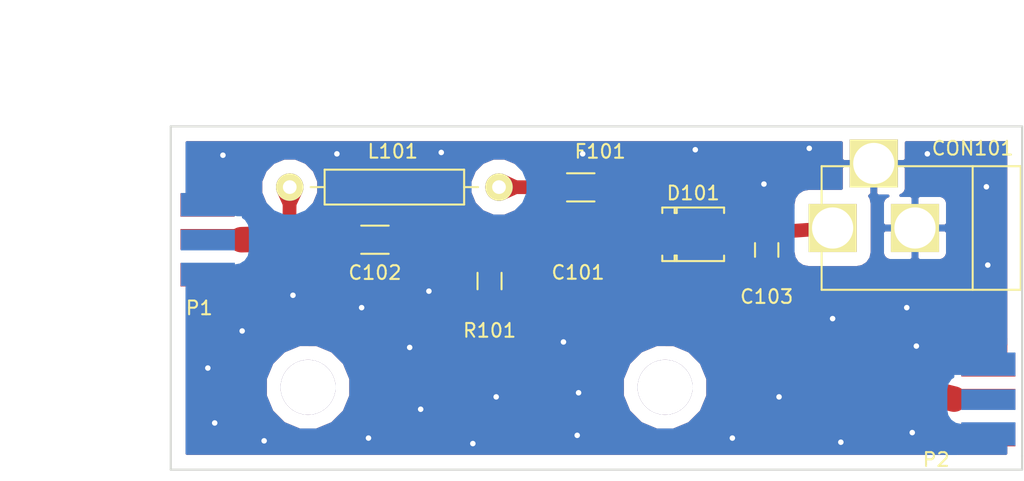
<source format=kicad_pcb>
(kicad_pcb (version 4) (host pcbnew 4.0.2-1.fc23-product)

  (general
    (links 23)
    (no_connects 2)
    (area 112.200002 93.15 187.295491 127.97448)
    (thickness 1.6)
    (drawings 7)
    (tracks 146)
    (zones 0)
    (modules 14)
    (nets 7)
  )

  (page A4)
  (layers
    (0 F.Cu signal)
    (31 B.Cu signal)
    (32 B.Adhes user)
    (33 F.Adhes user)
    (34 B.Paste user)
    (35 F.Paste user)
    (36 B.SilkS user)
    (37 F.SilkS user)
    (38 B.Mask user)
    (39 F.Mask user)
    (40 Dwgs.User user)
    (41 Cmts.User user)
    (42 Eco1.User user)
    (43 Eco2.User user)
    (44 Edge.Cuts user)
    (45 Margin user)
    (46 B.CrtYd user)
    (47 F.CrtYd user)
    (48 B.Fab user)
    (49 F.Fab user)
  )

  (setup
    (last_trace_width 0.25)
    (trace_clearance 0.2)
    (zone_clearance 1)
    (zone_45_only no)
    (trace_min 0.2)
    (segment_width 0.2)
    (edge_width 0.15)
    (via_size 0.6)
    (via_drill 0.4)
    (via_min_size 0.4)
    (via_min_drill 0.3)
    (uvia_size 0.3)
    (uvia_drill 0.1)
    (uvias_allowed no)
    (uvia_min_size 0.2)
    (uvia_min_drill 0.1)
    (pcb_text_width 0.3)
    (pcb_text_size 1.5 1.5)
    (mod_edge_width 0.15)
    (mod_text_size 1 1)
    (mod_text_width 0.15)
    (pad_size 3.50012 3.50012)
    (pad_drill 2.99974)
    (pad_to_mask_clearance 0.2)
    (aux_axis_origin 0 0)
    (visible_elements FFFFFF7F)
    (pcbplotparams
      (layerselection 0x010f0_80000001)
      (usegerberextensions false)
      (excludeedgelayer true)
      (linewidth 0.100000)
      (plotframeref false)
      (viasonmask false)
      (mode 1)
      (useauxorigin false)
      (hpglpennumber 1)
      (hpglpenspeed 20)
      (hpglpendiameter 15)
      (hpglpenoverlay 2)
      (psnegative false)
      (psa4output false)
      (plotreference true)
      (plotvalue true)
      (plotinvisibletext false)
      (padsonsilk false)
      (subtractmaskfromsilk false)
      (outputformat 1)
      (mirror false)
      (drillshape 0)
      (scaleselection 1)
      (outputdirectory gerber/))
  )

  (net 0 "")
  (net 1 GND)
  (net 2 "Net-(C101-Pad2)")
  (net 3 "Net-(C102-Pad1)")
  (net 4 "Net-(C102-Pad2)")
  (net 5 "Net-(C103-Pad2)")
  (net 6 "Net-(D101-Pad1)")

  (net_class Default "This is the default net class."
    (clearance 0.2)
    (trace_width 0.25)
    (via_dia 0.6)
    (via_drill 0.4)
    (uvia_dia 0.3)
    (uvia_drill 0.1)
    (add_net GND)
    (add_net "Net-(C101-Pad2)")
    (add_net "Net-(C102-Pad1)")
    (add_net "Net-(C102-Pad2)")
    (add_net "Net-(C103-Pad2)")
    (add_net "Net-(D101-Pad1)")
  )

  (module sma-j:SMA-J (layer B.Cu) (tedit 57587566) (tstamp 5758755A)
    (at 184.5443 124.4)
    (path /57585B69)
    (fp_text reference P2 (at -3.8 -6.9) (layer B.SilkS) hide
      (effects (font (size 1 1) (thickness 0.15)) (justify mirror))
    )
    (fp_text value SMA-J (at 0 2.5) (layer B.Fab)
      (effects (font (size 1 1) (thickness 0.15)) (justify mirror))
    )
    (pad 1 smd rect (at 0 -2.5) (size 3.94 1.5) (layers B.Cu B.Paste B.Mask)
      (net 4 "Net-(C102-Pad2)"))
    (pad 2 smd rect (at 0 0) (size 3.94 1.7) (layers B.Cu B.Paste B.Mask)
      (net 1 GND))
    (pad 2 smd rect (at 0 -5.08) (size 3.94 1.7) (layers B.Cu B.Paste B.Mask)
      (net 1 GND))
  )

  (module sma-j:SMA-J (layer B.Cu) (tedit 5758756F) (tstamp 5758750C)
    (at 127.7 112.78)
    (path /57585E87)
    (fp_text reference P1 (at -0.6 -7.5) (layer B.SilkS) hide
      (effects (font (size 1 1) (thickness 0.15)) (justify mirror))
    )
    (fp_text value SMA-J (at 0 2.5) (layer B.Fab)
      (effects (font (size 1 1) (thickness 0.15)) (justify mirror))
    )
    (pad 1 smd rect (at 0 -2.5) (size 3.94 1.5) (layers B.Cu B.Paste B.Mask)
      (net 3 "Net-(C102-Pad1)"))
    (pad 2 smd rect (at 0 0) (size 3.94 1.7) (layers B.Cu B.Paste B.Mask)
      (net 1 GND))
    (pad 2 smd rect (at 0 -5.08) (size 3.94 1.7) (layers B.Cu B.Paste B.Mask)
      (net 1 GND))
  )

  (module Mounting_Holes:MountingHole_4mm (layer F.Cu) (tedit 575873C3) (tstamp 57586FEE)
    (at 161 121)
    (descr "Mounting hole, Befestigungsbohrung, 4mm, No Annular, Kein Restring,")
    (tags "Mounting hole, Befestigungsbohrung, 4mm, No Annular, Kein Restring,")
    (fp_text reference H2 (at 0 -5.4991) (layer F.SilkS) hide
      (effects (font (size 1 1) (thickness 0.15)))
    )
    (fp_text value MountingHole_4mm (at 0 5.99948) (layer F.Fab)
      (effects (font (size 1 1) (thickness 0.15)))
    )
    (fp_circle (center 0 0) (end 4 0) (layer Cmts.User) (width 0.381))
    (pad 1 thru_hole circle (at 0 0) (size 4 4) (drill 4) (layers))
  )

  (module Capacitors_SMD:C_1206_HandSoldering (layer F.Cu) (tedit 541A9C03) (tstamp 57586C0A)
    (at 154.8587 106.4407 180)
    (descr "Capacitor SMD 1206, hand soldering")
    (tags "capacitor 1206")
    (path /5757E90D)
    (attr smd)
    (fp_text reference C101 (at 0.2 -6.2 180) (layer F.SilkS)
      (effects (font (size 1 1) (thickness 0.15)))
    )
    (fp_text value 1u (at 0 2.3 180) (layer F.Fab)
      (effects (font (size 1 1) (thickness 0.15)))
    )
    (fp_line (start -3.3 -1.15) (end 3.3 -1.15) (layer F.CrtYd) (width 0.05))
    (fp_line (start -3.3 1.15) (end 3.3 1.15) (layer F.CrtYd) (width 0.05))
    (fp_line (start -3.3 -1.15) (end -3.3 1.15) (layer F.CrtYd) (width 0.05))
    (fp_line (start 3.3 -1.15) (end 3.3 1.15) (layer F.CrtYd) (width 0.05))
    (fp_line (start 1 -1.025) (end -1 -1.025) (layer F.SilkS) (width 0.15))
    (fp_line (start -1 1.025) (end 1 1.025) (layer F.SilkS) (width 0.15))
    (pad 1 smd rect (at -2 0 180) (size 2 1.6) (layers F.Cu F.Paste F.Mask)
      (net 1 GND))
    (pad 2 smd rect (at 2 0 180) (size 2 1.6) (layers F.Cu F.Paste F.Mask)
      (net 2 "Net-(C101-Pad2)"))
    (model Capacitors_SMD.3dshapes/C_1206_HandSoldering.wrl
      (at (xyz 0 0 0))
      (scale (xyz 1 1 1))
      (rotate (xyz 0 0 0))
    )
  )

  (module Capacitors_SMD:C_1206_HandSoldering (layer F.Cu) (tedit 541A9C03) (tstamp 57586C10)
    (at 139.8706 110.2543)
    (descr "Capacitor SMD 1206, hand soldering")
    (tags "capacitor 1206")
    (path /5757E4DC)
    (attr smd)
    (fp_text reference C102 (at 0 2.4) (layer F.SilkS)
      (effects (font (size 1 1) (thickness 0.15)))
    )
    (fp_text value 1u (at 0 2.3) (layer F.Fab)
      (effects (font (size 1 1) (thickness 0.15)))
    )
    (fp_line (start -3.3 -1.15) (end 3.3 -1.15) (layer F.CrtYd) (width 0.05))
    (fp_line (start -3.3 1.15) (end 3.3 1.15) (layer F.CrtYd) (width 0.05))
    (fp_line (start -3.3 -1.15) (end -3.3 1.15) (layer F.CrtYd) (width 0.05))
    (fp_line (start 3.3 -1.15) (end 3.3 1.15) (layer F.CrtYd) (width 0.05))
    (fp_line (start 1 -1.025) (end -1 -1.025) (layer F.SilkS) (width 0.15))
    (fp_line (start -1 1.025) (end 1 1.025) (layer F.SilkS) (width 0.15))
    (pad 1 smd rect (at -2 0) (size 2 1.6) (layers F.Cu F.Paste F.Mask)
      (net 3 "Net-(C102-Pad1)"))
    (pad 2 smd rect (at 2 0) (size 2 1.6) (layers F.Cu F.Paste F.Mask)
      (net 4 "Net-(C102-Pad2)"))
    (model Capacitors_SMD.3dshapes/C_1206_HandSoldering.wrl
      (at (xyz 0 0 0))
      (scale (xyz 1 1 1))
      (rotate (xyz 0 0 0))
    )
  )

  (module Capacitors_SMD:C_0805_HandSoldering (layer F.Cu) (tedit 541A9B8D) (tstamp 57586C16)
    (at 168.4 111 90)
    (descr "Capacitor SMD 0805, hand soldering")
    (tags "capacitor 0805")
    (path /5757F039)
    (attr smd)
    (fp_text reference C103 (at -3.4 0 180) (layer F.SilkS)
      (effects (font (size 1 1) (thickness 0.15)))
    )
    (fp_text value 100n (at 0 2.1 90) (layer F.Fab)
      (effects (font (size 1 1) (thickness 0.15)))
    )
    (fp_line (start -2.3 -1) (end 2.3 -1) (layer F.CrtYd) (width 0.05))
    (fp_line (start -2.3 1) (end 2.3 1) (layer F.CrtYd) (width 0.05))
    (fp_line (start -2.3 -1) (end -2.3 1) (layer F.CrtYd) (width 0.05))
    (fp_line (start 2.3 -1) (end 2.3 1) (layer F.CrtYd) (width 0.05))
    (fp_line (start 0.5 -0.85) (end -0.5 -0.85) (layer F.SilkS) (width 0.15))
    (fp_line (start -0.5 0.85) (end 0.5 0.85) (layer F.SilkS) (width 0.15))
    (pad 1 smd rect (at -1.25 0 90) (size 1.5 1.25) (layers F.Cu F.Paste F.Mask)
      (net 1 GND))
    (pad 2 smd rect (at 1.25 0 90) (size 1.5 1.25) (layers F.Cu F.Paste F.Mask)
      (net 5 "Net-(C103-Pad2)"))
    (model Capacitors_SMD.3dshapes/C_0805_HandSoldering.wrl
      (at (xyz 0 0 0))
      (scale (xyz 1 1 1))
      (rotate (xyz 0 0 0))
    )
  )

  (module Connect:BARREL_JACK (layer F.Cu) (tedit 575879FB) (tstamp 57586C1D)
    (at 179.401 109.4 180)
    (descr "DC Barrel Jack")
    (tags "Power Jack")
    (path /5757F950)
    (fp_text reference CON101 (at -3.99934 5.8 360) (layer F.SilkS)
      (effects (font (size 1 1) (thickness 0.15)))
    )
    (fp_text value BARREL_JACK (at 0 -5.99948 180) (layer F.Fab)
      (effects (font (size 1 1) (thickness 0.15)))
    )
    (fp_line (start -4.0005 -4.50088) (end -4.0005 4.50088) (layer F.SilkS) (width 0.15))
    (fp_line (start -7.50062 -4.50088) (end -7.50062 4.50088) (layer F.SilkS) (width 0.15))
    (fp_line (start -7.50062 4.50088) (end 7.00024 4.50088) (layer F.SilkS) (width 0.15))
    (fp_line (start 7.00024 4.50088) (end 7.00024 -4.50088) (layer F.SilkS) (width 0.15))
    (fp_line (start 7.00024 -4.50088) (end -7.50062 -4.50088) (layer F.SilkS) (width 0.15))
    (pad 1 thru_hole rect (at 6.20014 0 180) (size 3.50012 3.50012) (drill 2.99974) (layers *.Cu *.Mask F.SilkS)
      (net 5 "Net-(C103-Pad2)"))
    (pad 2 thru_hole rect (at 0.20066 0 180) (size 3.50012 3.50012) (drill 2.99974) (layers *.Cu *.Mask F.SilkS)
      (net 1 GND))
    (pad 3 thru_hole rect (at 3.2004 4.699 180) (size 3.50012 3.50012) (drill 2.99974) (layers *.Cu *.Mask F.SilkS)
      (net 1 GND))
  )

  (module Diodes_SMD:DO-214BA (layer F.Cu) (tedit 54DF7BCF) (tstamp 57586C23)
    (at 163.0463 109.8588)
    (descr "Microsemi LSM115J")
    (tags "DO-214BA diode")
    (path /5757EEDB)
    (attr smd)
    (fp_text reference D101 (at 0 -3) (layer F.SilkS)
      (effects (font (size 1 1) (thickness 0.15)))
    )
    (fp_text value FM5817 (at 0 3) (layer F.Fab)
      (effects (font (size 1 1) (thickness 0.15)))
    )
    (fp_line (start -3 -2.25) (end 3 -2.25) (layer F.CrtYd) (width 0.05))
    (fp_line (start 3 -2.25) (end 3 2.25) (layer F.CrtYd) (width 0.05))
    (fp_line (start 3 2.25) (end -3 2.25) (layer F.CrtYd) (width 0.05))
    (fp_line (start -3 2.25) (end -3 -2.25) (layer F.CrtYd) (width 0.05))
    (fp_line (start -2.25 -1.95) (end -2.25 -1.55) (layer F.SilkS) (width 0.15))
    (fp_line (start -2.25 1.95) (end -2.25 1.55) (layer F.SilkS) (width 0.15))
    (fp_line (start 2.25 1.95) (end 2.25 1.55) (layer F.SilkS) (width 0.15))
    (fp_line (start 2.25 -1.95) (end 2.25 -1.55) (layer F.SilkS) (width 0.15))
    (fp_line (start -1.35 1.95) (end -1.35 1.55) (layer F.SilkS) (width 0.15))
    (fp_line (start -1.35 1.55) (end -1.2 1.55) (layer F.SilkS) (width 0.15))
    (fp_line (start -1.2 1.55) (end -1.2 1.95) (layer F.SilkS) (width 0.15))
    (fp_line (start -1.35 -1.95) (end -1.35 -1.55) (layer F.SilkS) (width 0.15))
    (fp_line (start -1.35 -1.55) (end -1.2 -1.55) (layer F.SilkS) (width 0.15))
    (fp_line (start -1.2 -1.55) (end -1.2 -1.95) (layer F.SilkS) (width 0.15))
    (fp_line (start -2.25 -1.95) (end 2.25 -1.95) (layer F.SilkS) (width 0.15))
    (fp_line (start 2.25 1.95) (end -2.25 1.95) (layer F.SilkS) (width 0.15))
    (pad 2 smd rect (at 1.7 0) (size 2 2.5) (layers F.Cu F.Paste F.Mask)
      (net 5 "Net-(C103-Pad2)"))
    (pad 1 smd rect (at -1.7 0) (size 2 2.5) (layers F.Cu F.Paste F.Mask)
      (net 6 "Net-(D101-Pad1)"))
  )

  (module Fuse_Holders_and_Fuses:Fuse_SMD1206_Wave (layer F.Cu) (tedit 0) (tstamp 57586C29)
    (at 155.6697 109.8262)
    (descr "Fuse, Sicherung, SMD1206, Littlefuse-Wickmann 433 Series, Wave,")
    (tags "Fuse, Sicherung, SMD1206,  Littlefuse-Wickmann 433 Series, Wave,")
    (path /5757ECE2)
    (attr smd)
    (fp_text reference F101 (at 0.6 -6) (layer F.SilkS)
      (effects (font (size 1 1) (thickness 0.15)))
    )
    (fp_text value PTS120660V010 (at -0.14986 2.49936) (layer F.Fab)
      (effects (font (size 1 1) (thickness 0.15)))
    )
    (pad 1 smd rect (at -1.58496 0 90) (size 2.02946 1.651) (layers F.Cu F.Paste F.Mask)
      (net 2 "Net-(C101-Pad2)"))
    (pad 2 smd rect (at 1.58496 0 90) (size 2.02946 1.651) (layers F.Cu F.Paste F.Mask)
      (net 6 "Net-(D101-Pad1)"))
  )

  (module Choke_Axial_ThroughHole:Choke_Horizontal_RM15mm (layer F.Cu) (tedit 542A89D5) (tstamp 57586C2F)
    (at 141.1659 106.4216)
    (descr "Choke, Axial, 15mm")
    (tags "Choke, Axial, 15mm")
    (path /5757E7AA)
    (fp_text reference L101 (at 0 -2.6) (layer F.SilkS)
      (effects (font (size 1 1) (thickness 0.15)))
    )
    (fp_text value 470u (at 0 3.81) (layer F.Fab)
      (effects (font (size 1 1) (thickness 0.15)))
    )
    (fp_line (start 5.19938 0) (end 6.21538 0) (layer F.SilkS) (width 0.15))
    (fp_line (start -4.96062 0) (end -5.97662 0) (layer F.SilkS) (width 0.15))
    (fp_line (start -4.96062 -1.27) (end 5.19938 -1.27) (layer F.SilkS) (width 0.15))
    (fp_line (start 5.19938 -1.27) (end 5.19938 1.27) (layer F.SilkS) (width 0.15))
    (fp_line (start 5.19938 1.27) (end -4.96062 1.27) (layer F.SilkS) (width 0.15))
    (fp_line (start -4.96062 1.27) (end -4.96062 -1.27) (layer F.SilkS) (width 0.15))
    (pad 1 thru_hole circle (at -7.50062 0) (size 1.99898 1.99898) (drill 1.00076) (layers *.Cu *.Mask F.SilkS)
      (net 3 "Net-(C102-Pad1)"))
    (pad 2 thru_hole circle (at 7.73938 0) (size 1.99898 1.99898) (drill 1.00076) (layers *.Cu *.Mask F.SilkS)
      (net 2 "Net-(C101-Pad2)"))
  )

  (module sma-j:SMA-J (layer F.Cu) (tedit 574C9A0F) (tstamp 57586C36)
    (at 127.6749 107.7268)
    (path /57585E87)
    (fp_text reference P1 (at -0.6 7.5) (layer F.SilkS)
      (effects (font (size 1 1) (thickness 0.15)))
    )
    (fp_text value SMA-J (at 0 -2.5) (layer F.Fab)
      (effects (font (size 1 1) (thickness 0.15)))
    )
    (pad 1 smd rect (at 0 2.5) (size 3.94 1.5) (layers F.Cu F.Paste F.Mask)
      (net 3 "Net-(C102-Pad1)"))
    (pad 2 smd rect (at 0 0) (size 3.94 1.7) (layers F.Cu F.Paste F.Mask)
      (net 1 GND))
    (pad 2 smd rect (at 0 5.08) (size 3.94 1.7) (layers F.Cu F.Paste F.Mask)
      (net 1 GND))
  )

  (module sma-j:SMA-J (layer F.Cu) (tedit 574C9A0F) (tstamp 57586C3D)
    (at 184.5443 119.3685)
    (path /57585B69)
    (fp_text reference P2 (at -3.8 6.9) (layer F.SilkS)
      (effects (font (size 1 1) (thickness 0.15)))
    )
    (fp_text value SMA-J (at 0 -2.5) (layer F.Fab)
      (effects (font (size 1 1) (thickness 0.15)))
    )
    (pad 1 smd rect (at 0 2.5) (size 3.94 1.5) (layers F.Cu F.Paste F.Mask)
      (net 4 "Net-(C102-Pad2)"))
    (pad 2 smd rect (at 0 0) (size 3.94 1.7) (layers F.Cu F.Paste F.Mask)
      (net 1 GND))
    (pad 2 smd rect (at 0 5.08) (size 3.94 1.7) (layers F.Cu F.Paste F.Mask)
      (net 1 GND))
  )

  (module Resistors_SMD:R_0805_HandSoldering (layer F.Cu) (tedit 54189DEE) (tstamp 57586C43)
    (at 148.2164 113.2641 270)
    (descr "Resistor SMD 0805, hand soldering")
    (tags "resistor 0805")
    (path /5757E2F5)
    (attr smd)
    (fp_text reference R101 (at 3.6 0 360) (layer F.SilkS)
      (effects (font (size 1 1) (thickness 0.15)))
    )
    (fp_text value 1k (at 0 2.1 270) (layer F.Fab)
      (effects (font (size 1 1) (thickness 0.15)))
    )
    (fp_line (start -2.4 -1) (end 2.4 -1) (layer F.CrtYd) (width 0.05))
    (fp_line (start -2.4 1) (end 2.4 1) (layer F.CrtYd) (width 0.05))
    (fp_line (start -2.4 -1) (end -2.4 1) (layer F.CrtYd) (width 0.05))
    (fp_line (start 2.4 -1) (end 2.4 1) (layer F.CrtYd) (width 0.05))
    (fp_line (start 0.6 0.875) (end -0.6 0.875) (layer F.SilkS) (width 0.15))
    (fp_line (start -0.6 -0.875) (end 0.6 -0.875) (layer F.SilkS) (width 0.15))
    (pad 1 smd rect (at -1.35 0 270) (size 1.5 1.3) (layers F.Cu F.Paste F.Mask)
      (net 4 "Net-(C102-Pad2)"))
    (pad 2 smd rect (at 1.35 0 270) (size 1.5 1.3) (layers F.Cu F.Paste F.Mask)
      (net 1 GND))
    (model Resistors_SMD.3dshapes/R_0805_HandSoldering.wrl
      (at (xyz 0 0 0))
      (scale (xyz 1 1 1))
      (rotate (xyz 0 0 0))
    )
  )

  (module Mounting_Holes:MountingHole_4mm (layer F.Cu) (tedit 575873C0) (tstamp 57586FC4)
    (at 135 121)
    (descr "Mounting hole, Befestigungsbohrung, 4mm, No Annular, Kein Restring,")
    (tags "Mounting hole, Befestigungsbohrung, 4mm, No Annular, Kein Restring,")
    (fp_text reference H1 (at 0 -5.4991) (layer F.SilkS) hide
      (effects (font (size 1 1) (thickness 0.15)))
    )
    (fp_text value MountingHole_4mm (at 0 5.99948) (layer F.Fab)
      (effects (font (size 1 1) (thickness 0.15)))
    )
    (fp_circle (center 0 0) (end 4 0) (layer Cmts.User) (width 0.381))
    (pad 1 thru_hole circle (at 0 0) (size 4 4) (drill 4) (layers))
  )

  (dimension 62 (width 0.3) (layer Dwgs.User)
    (gr_text "62,000 mm" (at 156 94.65) (layer Dwgs.User)
      (effects (font (size 1.5 1.5) (thickness 0.3)))
    )
    (feature1 (pts (xy 187 102) (xy 187 93.3)))
    (feature2 (pts (xy 125 102) (xy 125 93.3)))
    (crossbar (pts (xy 125 96) (xy 187 96)))
    (arrow1a (pts (xy 187 96) (xy 185.873496 96.586421)))
    (arrow1b (pts (xy 187 96) (xy 185.873496 95.413579)))
    (arrow2a (pts (xy 125 96) (xy 126.126504 96.586421)))
    (arrow2b (pts (xy 125 96) (xy 126.126504 95.413579)))
  )
  (dimension 25 (width 0.3) (layer Dwgs.User)
    (gr_text "25,000 mm" (at 118.850001 114.5 270) (layer Dwgs.User)
      (effects (font (size 1.5 1.5) (thickness 0.3)))
    )
    (feature1 (pts (xy 125 127) (xy 117.500001 127)))
    (feature2 (pts (xy 125 102) (xy 117.500001 102)))
    (crossbar (pts (xy 120.200001 102) (xy 120.200001 127)))
    (arrow1a (pts (xy 120.200001 127) (xy 119.61358 125.873496)))
    (arrow1b (pts (xy 120.200001 127) (xy 120.786422 125.873496)))
    (arrow2a (pts (xy 120.200001 102) (xy 119.61358 103.126504)))
    (arrow2b (pts (xy 120.200001 102) (xy 120.786422 103.126504)))
  )
  (gr_line (start 187 127) (end 125 127) (layer Edge.Cuts) (width 0.15))
  (gr_line (start 187 126) (end 187 127) (layer Edge.Cuts) (width 0.15))
  (gr_line (start 187 102) (end 187 126) (layer Edge.Cuts) (width 0.15))
  (gr_line (start 125 102) (end 187 102) (layer Edge.Cuts) (width 0.15))
  (gr_line (start 125 127) (end 125 102) (layer Edge.Cuts) (width 0.15))

  (segment (start 154.7 121.4) (end 154.7 124.4) (width 0.25) (layer F.Cu) (net 0))
  (segment (start 154.7 124.4) (end 154.6 124.5) (width 0.25) (layer F.Cu) (net 0))
  (segment (start 147 125.1) (end 147 117.2) (width 0.25) (layer F.Cu) (net 0))
  (segment (start 147 117.2) (end 143.8 114) (width 0.25) (layer F.Cu) (net 0))
  (via (at 143.8 114) (size 0.6) (drill 0.4) (layers F.Cu B.Cu) (net 0))
  (segment (start 154.7 121.4) (end 151 125.1) (width 0.25) (layer B.Cu) (net 0))
  (segment (start 151 125.1) (end 147 125.1) (width 0.25) (layer B.Cu) (net 0))
  (via (at 147 125.1) (size 0.6) (drill 0.4) (layers F.Cu B.Cu) (net 0))
  (segment (start 153.6 117.7) (end 153.6 120.3) (width 0.25) (layer F.Cu) (net 0))
  (segment (start 153.6 120.3) (end 154.7 121.4) (width 0.25) (layer F.Cu) (net 0))
  (via (at 154.7 121.4) (size 0.6) (drill 0.4) (layers F.Cu B.Cu) (net 0))
  (segment (start 148.7 121) (end 152 117.7) (width 0.25) (layer B.Cu) (net 0))
  (segment (start 152 117.7) (end 153.6 117.7) (width 0.25) (layer B.Cu) (net 0))
  (via (at 153.6 117.7) (size 0.6) (drill 0.4) (layers F.Cu B.Cu) (net 0))
  (segment (start 148.7 121.7) (end 148.7 121) (width 0.25) (layer B.Cu) (net 0))
  (via (at 148.7 121.7) (size 0.6) (drill 0.4) (layers F.Cu B.Cu) (net 0))
  (via (at 154.6 124.5) (size 0.6) (drill 0.4) (layers F.Cu B.Cu) (net 0))
  (segment (start 174.19954 104.7) (end 172.6 104.7) (width 0.25) (layer F.Cu) (net 1))
  (segment (start 172.6 104.7) (end 171.5 103.6) (width 0.25) (layer F.Cu) (net 1))
  (segment (start 176.2006 104.701) (end 174.20054 104.701) (width 0.25) (layer F.Cu) (net 1))
  (segment (start 174.20054 104.701) (end 174.19954 104.7) (width 0.25) (layer F.Cu) (net 1))
  (segment (start 165.9 124.7) (end 166.199999 124.400001) (width 0.25) (layer F.Cu) (net 1))
  (segment (start 166.199999 124.400001) (end 167.699999 124.400001) (width 0.25) (layer F.Cu) (net 1))
  (segment (start 167.699999 124.400001) (end 169.3 122.8) (width 0.25) (layer F.Cu) (net 1))
  (segment (start 169.3 121.7) (end 169.3 122.8) (width 0.25) (layer F.Cu) (net 1))
  (segment (start 173.8 125) (end 173.8 124.575736) (width 0.25) (layer F.Cu) (net 1))
  (segment (start 169.724264 121.7) (end 169.3 121.7) (width 0.25) (layer F.Cu) (net 1))
  (segment (start 173.8 124.575736) (end 170.924264 121.7) (width 0.25) (layer F.Cu) (net 1))
  (segment (start 170.924264 121.7) (end 169.724264 121.7) (width 0.25) (layer F.Cu) (net 1))
  (segment (start 131.8 124.9) (end 130.5 123.6) (width 0.25) (layer F.Cu) (net 1))
  (segment (start 130.5 123.6) (end 130.2 123.6) (width 0.25) (layer F.Cu) (net 1))
  (segment (start 137.4 125.7) (end 132.6 125.7) (width 0.25) (layer F.Cu) (net 1))
  (segment (start 132.6 125.7) (end 131.8 124.9) (width 0.25) (layer F.Cu) (net 1))
  (segment (start 138.4 124.7) (end 137.4 125.7) (width 0.25) (layer F.Cu) (net 1))
  (segment (start 139.4 124.7) (end 138.4 124.7) (width 0.25) (layer F.Cu) (net 1))
  (segment (start 143.2 122.6) (end 141.5 122.6) (width 0.25) (layer F.Cu) (net 1))
  (segment (start 141.5 122.6) (end 139.4 124.7) (width 0.25) (layer F.Cu) (net 1))
  (segment (start 173.2 116) (end 175.2 118) (width 0.25) (layer B.Cu) (net 1))
  (segment (start 175.2 118) (end 179.3 118) (width 0.25) (layer B.Cu) (net 1))
  (via (at 179.3 118) (size 0.6) (drill 0.4) (layers F.Cu B.Cu) (net 1))
  (segment (start 178.6 115.2) (end 174 115.2) (width 0.25) (layer F.Cu) (net 1))
  (segment (start 174 115.2) (end 173.2 116) (width 0.25) (layer F.Cu) (net 1))
  (via (at 173.2 116) (size 0.6) (drill 0.4) (layers F.Cu B.Cu) (net 1))
  (segment (start 184.5 112.1) (end 181.4 115.2) (width 0.25) (layer B.Cu) (net 1))
  (segment (start 181.4 115.2) (end 178.6 115.2) (width 0.25) (layer B.Cu) (net 1))
  (via (at 178.6 115.2) (size 0.6) (drill 0.4) (layers F.Cu B.Cu) (net 1))
  (segment (start 184.4 106.4) (end 184.4 112) (width 0.25) (layer F.Cu) (net 1))
  (via (at 184.5 112.1) (size 0.6) (drill 0.4) (layers F.Cu B.Cu) (net 1))
  (segment (start 184.4 112) (end 184.5 112.1) (width 0.25) (layer F.Cu) (net 1))
  (segment (start 180.1 104) (end 182.5 106.4) (width 0.25) (layer B.Cu) (net 1))
  (segment (start 182.5 106.4) (end 184.4 106.4) (width 0.25) (layer B.Cu) (net 1))
  (via (at 184.4 106.4) (size 0.6) (drill 0.4) (layers F.Cu B.Cu) (net 1))
  (segment (start 176.2006 104.701) (end 179.399 104.701) (width 0.25) (layer F.Cu) (net 1))
  (via (at 180.1 104) (size 0.6) (drill 0.4) (layers F.Cu B.Cu) (net 1))
  (segment (start 179.399 104.701) (end 180.1 104) (width 0.25) (layer F.Cu) (net 1))
  (segment (start 175.0996 103.6) (end 176.2006 104.701) (width 0.25) (layer F.Cu) (net 1))
  (segment (start 168.2 106.2) (end 170.8 103.6) (width 0.25) (layer B.Cu) (net 1))
  (segment (start 170.8 103.6) (end 171.5 103.6) (width 0.25) (layer B.Cu) (net 1))
  (via (at 171.5 103.6) (size 0.6) (drill 0.4) (layers F.Cu B.Cu) (net 1))
  (segment (start 163.2 103.7) (end 165.7 103.7) (width 0.25) (layer F.Cu) (net 1))
  (segment (start 165.7 103.7) (end 168.2 106.2) (width 0.25) (layer F.Cu) (net 1))
  (via (at 168.2 106.2) (size 0.6) (drill 0.4) (layers F.Cu B.Cu) (net 1))
  (segment (start 155 104) (end 155.3 103.7) (width 0.25) (layer B.Cu) (net 1))
  (segment (start 155.3 103.7) (end 163.2 103.7) (width 0.25) (layer B.Cu) (net 1))
  (via (at 163.2 103.7) (size 0.6) (drill 0.4) (layers F.Cu B.Cu) (net 1))
  (segment (start 154 103.9) (end 154.9 103.9) (width 0.25) (layer F.Cu) (net 1))
  (segment (start 154.9 103.9) (end 155 104) (width 0.25) (layer F.Cu) (net 1))
  (via (at 155 104) (size 0.6) (drill 0.4) (layers F.Cu B.Cu) (net 1))
  (segment (start 144.7 103.9) (end 154 103.9) (width 0.25) (layer F.Cu) (net 1))
  (segment (start 137.1 104) (end 144.6 104) (width 0.25) (layer B.Cu) (net 1))
  (via (at 144.7 103.9) (size 0.6) (drill 0.4) (layers F.Cu B.Cu) (net 1))
  (segment (start 144.6 104) (end 144.7 103.9) (width 0.25) (layer B.Cu) (net 1))
  (segment (start 128.8 104.1) (end 137 104.1) (width 0.25) (layer F.Cu) (net 1))
  (segment (start 137 104.1) (end 137.1 104) (width 0.25) (layer F.Cu) (net 1))
  (via (at 137.1 104) (size 0.6) (drill 0.4) (layers F.Cu B.Cu) (net 1))
  (segment (start 127.7 107.7) (end 127.7 106.6) (width 0.25) (layer B.Cu) (net 1))
  (segment (start 127.7 106.6) (end 128.8 105.5) (width 0.25) (layer B.Cu) (net 1))
  (segment (start 128.8 105.5) (end 128.8 104.1) (width 0.25) (layer B.Cu) (net 1))
  (via (at 128.8 104.1) (size 0.6) (drill 0.4) (layers F.Cu B.Cu) (net 1))
  (via (at 165.9 124.7) (size 0.6) (drill 0.4) (layers F.Cu B.Cu) (net 1))
  (via (at 169.3 121.7) (size 0.6) (drill 0.4) (layers F.Cu B.Cu) (net 1))
  (segment (start 179 124.3) (end 178.3 125) (width 0.25) (layer F.Cu) (net 1))
  (segment (start 178.3 125) (end 173.8 125) (width 0.25) (layer F.Cu) (net 1))
  (via (at 173.8 125) (size 0.6) (drill 0.4) (layers F.Cu B.Cu) (net 1))
  (segment (start 184.5443 124.4) (end 179.1 124.4) (width 0.25) (layer B.Cu) (net 1))
  (segment (start 179.1 124.4) (end 179 124.3) (width 0.25) (layer B.Cu) (net 1))
  (via (at 179 124.3) (size 0.6) (drill 0.4) (layers F.Cu B.Cu) (net 1))
  (segment (start 130.2 116.9) (end 131.3 116.9) (width 0.25) (layer B.Cu) (net 1))
  (segment (start 131.3 116.9) (end 133.9 114.3) (width 0.25) (layer B.Cu) (net 1))
  (segment (start 127.7 119.6) (end 130.2 117.1) (width 0.25) (layer F.Cu) (net 1))
  (segment (start 130.2 117.1) (end 130.2 116.9) (width 0.25) (layer F.Cu) (net 1))
  (via (at 130.2 116.9) (size 0.6) (drill 0.4) (layers F.Cu B.Cu) (net 1))
  (segment (start 128.2 123.6) (end 128.2 120.1) (width 0.25) (layer B.Cu) (net 1))
  (segment (start 128.2 120.1) (end 127.7 119.6) (width 0.25) (layer B.Cu) (net 1))
  (via (at 127.7 119.6) (size 0.6) (drill 0.4) (layers F.Cu B.Cu) (net 1))
  (segment (start 130.2 123.6) (end 128.2 123.6) (width 0.25) (layer F.Cu) (net 1))
  (via (at 128.2 123.6) (size 0.6) (drill 0.4) (layers F.Cu B.Cu) (net 1))
  (via (at 131.8 124.9) (size 0.6) (drill 0.4) (layers F.Cu B.Cu) (net 1))
  (via (at 139.4 124.7) (size 0.6) (drill 0.4) (layers F.Cu B.Cu) (net 1))
  (segment (start 142.4 118.1) (end 143.2 118.9) (width 0.25) (layer B.Cu) (net 1))
  (segment (start 143.2 118.9) (end 143.2 122.6) (width 0.25) (layer B.Cu) (net 1))
  (via (at 143.2 122.6) (size 0.6) (drill 0.4) (layers F.Cu B.Cu) (net 1))
  (segment (start 138.9 115.2) (end 139.5 115.2) (width 0.25) (layer F.Cu) (net 1))
  (segment (start 139.5 115.2) (end 142.4 118.1) (width 0.25) (layer F.Cu) (net 1))
  (via (at 142.4 118.1) (size 0.6) (drill 0.4) (layers F.Cu B.Cu) (net 1))
  (segment (start 133.9 114.3) (end 134.8 115.2) (width 0.25) (layer B.Cu) (net 1))
  (segment (start 134.8 115.2) (end 138.9 115.2) (width 0.25) (layer B.Cu) (net 1))
  (via (at 138.9 115.2) (size 0.6) (drill 0.4) (layers F.Cu B.Cu) (net 1))
  (segment (start 127.6749 112.8068) (end 132.4068 112.8068) (width 0.25) (layer F.Cu) (net 1))
  (segment (start 132.4068 112.8068) (end 133.9 114.3) (width 0.25) (layer F.Cu) (net 1))
  (via (at 133.9 114.3) (size 0.6) (drill 0.4) (layers F.Cu B.Cu) (net 1))
  (segment (start 152.8587 106.4407) (end 154.0847 109.8262) (width 1) (layer F.Cu) (net 2))
  (segment (start 148.9053 106.4216) (end 152.8587 106.4407) (width 1) (layer F.Cu) (net 2))
  (segment (start 150.1041 106.4274) (end 149.1112 106.8767) (width 1) (layer F.Cu) (net 2))
  (segment (start 150.1041 106.4274) (end 149.1156 105.9685) (width 1) (layer F.Cu) (net 2))
  (segment (start 133.6306 110.1591) (end 136.5486 110.2311) (width 1.86) (layer F.Cu) (net 3))
  (segment (start 133.6653 106.4216) (end 133.6306 110.1591) (width 1) (layer F.Cu) (net 3))
  (segment (start 130.1591 110.2514) (end 133.6306 110.1591) (width 1.86) (layer F.Cu) (net 3))
  (segment (start 136.5486 110.2311) (end 137.8706 110.2543) (width 1) (layer F.Cu) (net 3))
  (segment (start 127.6749 110.2268) (end 130.1591 110.2514) (width 1) (layer F.Cu) (net 3))
  (segment (start 133.6402 109.1271) (end 134.0232 109.9835) (width 1) (layer F.Cu) (net 3))
  (segment (start 133.6402 109.1271) (end 133.2414 109.9763) (width 1) (layer F.Cu) (net 3))
  (segment (start 133.6542 107.6203) (end 133.2094 106.6255) (width 1) (layer F.Cu) (net 3))
  (segment (start 133.6542 107.6203) (end 134.1174 106.6339) (width 1) (layer F.Cu) (net 3))
  (segment (start 137.5804 110.2492) (end 136.7208 110.625) (width 1) (layer F.Cu) (net 3))
  (segment (start 137.5804 110.2492) (end 136.7346 109.8434) (width 1) (layer F.Cu) (net 3))
  (segment (start 129.1272 110.2412) (end 129.9839 109.8587) (width 1) (layer F.Cu) (net 3))
  (segment (start 129.1272 110.2412) (end 129.9761 110.6405) (width 1) (layer F.Cu) (net 3))
  (segment (start 154.7589 113.0006) (end 149.2482 111.9521) (width 1.86) (layer F.Cu) (net 4))
  (segment (start 159.6686 114.2664) (end 154.7589 113.0006) (width 1.86) (layer F.Cu) (net 4))
  (segment (start 164.361 115.9029) (end 159.6686 114.2664) (width 1.86) (layer F.Cu) (net 4))
  (segment (start 167.7748 117.4884) (end 164.361 115.9029) (width 1.86) (layer F.Cu) (net 4))
  (segment (start 170.5621 118.6902) (end 167.7748 117.4884) (width 1.86) (layer F.Cu) (net 4))
  (segment (start 174.1502 119.8549) (end 170.5621 118.6902) (width 1.86) (layer F.Cu) (net 4))
  (segment (start 178.208 120.9022) (end 174.1502 119.8549) (width 1.86) (layer F.Cu) (net 4))
  (segment (start 182.0437 121.8611) (end 178.208 120.9022) (width 1.86) (layer F.Cu) (net 4))
  (segment (start 149.2482 111.9521) (end 148.2164 111.9141) (width 1.3) (layer F.Cu) (net 4))
  (segment (start 184.5443 121.8685) (end 182.0437 121.8611) (width 1.3) (layer F.Cu) (net 4))
  (segment (start 143.0408 110.3668) (end 147.5699 111.6349) (width 1.86) (layer F.Cu) (net 4))
  (segment (start 147.5699 111.6349) (end 148.2164 111.9141) (width 1.3) (layer F.Cu) (net 4))
  (segment (start 141.8706 110.2543) (end 143.0408 110.3668) (width 1) (layer F.Cu) (net 4))
  (segment (start 142.0135 110.268) (end 142.8998 109.9605) (width 1) (layer F.Cu) (net 4))
  (segment (start 142.0135 110.268) (end 142.825 110.7387) (width 1) (layer F.Cu) (net 4))
  (segment (start 168.4 109.75) (end 173.2009 109.4) (width 1) (layer F.Cu) (net 5))
  (segment (start 164.7463 109.8588) (end 168.4 109.75) (width 1) (layer F.Cu) (net 5))
  (segment (start 157.2547 109.8262) (end 161.3463 109.8588) (width 1) (layer F.Cu) (net 6))

  (zone (net 1) (net_name GND) (layer F.Cu) (tstamp 0) (hatch edge 0.508)
    (connect_pads (clearance 1))
    (min_thickness 0.222)
    (fill yes (arc_segments 16) (thermal_gap 0.508) (thermal_bridge_width 0.5))
    (polygon
      (pts
        (xy 187 127) (xy 125 127) (xy 125 102) (xy 187 102) (xy 187 127)
      )
    )
    (filled_polygon
      (pts
        (xy 140.058625 111.844144) (xy 140.429891 112.097819) (xy 140.8706 112.187065) (xy 142.177132 112.187065) (xy 142.260398 112.215517)
        (xy 142.490505 112.332215) (xy 146.933267 113.576141) (xy 146.997497 113.620028) (xy 146.9474 113.740973) (xy 146.9474 114.32035)
        (xy 147.10215 114.4751) (xy 148.0774 114.4751) (xy 148.0774 114.4551) (xy 148.3554 114.4551) (xy 148.3554 114.4751)
        (xy 149.33065 114.4751) (xy 149.4854 114.32035) (xy 149.4854 114.074846) (xy 154.312915 114.993359) (xy 159.07675 116.221552)
        (xy 163.593197 117.796687) (xy 166.915079 119.339497) (xy 166.943021 119.346289) (xy 166.966698 119.362607) (xy 169.753998 120.564407)
        (xy 169.848037 120.584523) (xy 169.931956 120.631488) (xy 173.520056 121.796188) (xy 173.583022 121.803622) (xy 173.640142 121.831139)
        (xy 177.697942 122.878439) (xy 177.705841 122.878884) (xy 177.712997 122.882264) (xy 181.548697 123.841164) (xy 181.9553 123.86095)
        (xy 181.9553 124.15475) (xy 182.11005 124.3095) (xy 184.4053 124.3095) (xy 184.4053 124.2895) (xy 184.6833 124.2895)
        (xy 184.6833 124.3095) (xy 184.7033 124.3095) (xy 184.7033 124.5875) (xy 184.6833 124.5875) (xy 184.6833 124.6075)
        (xy 184.4053 124.6075) (xy 184.4053 124.5875) (xy 182.11005 124.5875) (xy 181.9553 124.74225) (xy 181.9553 125.421627)
        (xy 182.049537 125.649135) (xy 182.214401 125.814) (xy 126.186 125.814) (xy 126.186 121.616101) (xy 131.888461 121.616101)
        (xy 132.361085 122.759938) (xy 133.235459 123.63584) (xy 134.378469 124.110459) (xy 135.616101 124.111539) (xy 136.759938 123.638915)
        (xy 137.63584 122.764541) (xy 138.110459 121.621531) (xy 138.110463 121.616101) (xy 157.888461 121.616101) (xy 158.361085 122.759938)
        (xy 159.235459 123.63584) (xy 160.378469 124.110459) (xy 161.616101 124.111539) (xy 162.759938 123.638915) (xy 163.63584 122.764541)
        (xy 164.110459 121.621531) (xy 164.111539 120.383899) (xy 163.638915 119.240062) (xy 162.764541 118.36416) (xy 161.621531 117.889541)
        (xy 160.383899 117.888461) (xy 159.240062 118.361085) (xy 158.36416 119.235459) (xy 157.889541 120.378469) (xy 157.888461 121.616101)
        (xy 138.110463 121.616101) (xy 138.111539 120.383899) (xy 137.638915 119.240062) (xy 136.764541 118.36416) (xy 135.621531 117.889541)
        (xy 134.383899 117.888461) (xy 133.240062 118.361085) (xy 132.36416 119.235459) (xy 131.889541 120.378469) (xy 131.888461 121.616101)
        (xy 126.186 121.616101) (xy 126.186 114.90785) (xy 146.9474 114.90785) (xy 146.9474 115.487227) (xy 147.041637 115.714736)
        (xy 147.215765 115.888863) (xy 147.443273 115.9831) (xy 147.92265 115.9831) (xy 148.0774 115.82835) (xy 148.0774 114.7531)
        (xy 148.3554 114.7531) (xy 148.3554 115.82835) (xy 148.51015 115.9831) (xy 148.989527 115.9831) (xy 149.217035 115.888863)
        (xy 149.391163 115.714736) (xy 149.4854 115.487227) (xy 149.4854 114.90785) (xy 149.33065 114.7531) (xy 148.3554 114.7531)
        (xy 148.0774 114.7531) (xy 147.10215 114.7531) (xy 146.9474 114.90785) (xy 126.186 114.90785) (xy 126.186 114.2758)
        (xy 127.38115 114.2758) (xy 127.5359 114.12105) (xy 127.5359 112.9458) (xy 127.8139 112.9458) (xy 127.8139 114.12105)
        (xy 127.96865 114.2758) (xy 129.768027 114.2758) (xy 129.995536 114.181563) (xy 130.169663 114.007435) (xy 130.2639 113.779927)
        (xy 130.2639 113.10055) (xy 130.10915 112.9458) (xy 127.8139 112.9458) (xy 127.5359 112.9458) (xy 127.5159 112.9458)
        (xy 127.5159 112.6678) (xy 127.5359 112.6678) (xy 127.5359 112.6478) (xy 127.8139 112.6478) (xy 127.8139 112.6678)
        (xy 130.10915 112.6678) (xy 130.2639 112.51305) (xy 130.2639 112.290335) (xy 133.632552 112.200769) (xy 136.498255 112.271479)
        (xy 136.728739 112.231516) (xy 136.75212 112.235696) (xy 136.931822 112.196304) (xy 136.985109 112.187065) (xy 138.8706 112.187065)
        (xy 139.282312 112.109596) (xy 139.660444 111.866275) (xy 139.872839 111.555424)
      )
    )
    (filled_polygon
      (pts
        (xy 173.83154 104.40725) (xy 173.98629 104.562) (xy 176.0616 104.562) (xy 176.0616 104.542) (xy 176.3396 104.542)
        (xy 176.3396 104.562) (xy 178.41491 104.562) (xy 178.56966 104.40725) (xy 178.56966 103.186) (xy 185.814 103.186)
        (xy 185.814 117.8995) (xy 184.83805 117.8995) (xy 184.6833 118.05425) (xy 184.6833 119.2295) (xy 184.7033 119.2295)
        (xy 184.7033 119.5075) (xy 184.6833 119.5075) (xy 184.6833 119.5275) (xy 184.4053 119.5275) (xy 184.4053 119.5075)
        (xy 182.11005 119.5075) (xy 181.9553 119.66225) (xy 181.9553 119.735189) (xy 178.710518 118.924015) (xy 176.662277 118.395373)
        (xy 181.9553 118.395373) (xy 181.9553 119.07475) (xy 182.11005 119.2295) (xy 184.4053 119.2295) (xy 184.4053 118.05425)
        (xy 184.25055 117.8995) (xy 182.451173 117.8995) (xy 182.223664 117.993737) (xy 182.049537 118.167865) (xy 181.9553 118.395373)
        (xy 176.662277 118.395373) (xy 174.72084 117.894297) (xy 171.282784 116.778301) (xy 168.608868 115.625389) (xy 165.220721 114.051803)
        (xy 165.121295 114.027635) (xy 165.033108 113.975738) (xy 160.927114 112.54375) (xy 167.156 112.54375) (xy 167.156 113.123127)
        (xy 167.250237 113.350636) (xy 167.424365 113.524763) (xy 167.651873 113.619) (xy 168.10625 113.619) (xy 168.261 113.46425)
        (xy 168.261 112.389) (xy 168.539 112.389) (xy 168.539 113.46425) (xy 168.69375 113.619) (xy 169.148127 113.619)
        (xy 169.375635 113.524763) (xy 169.549763 113.350636) (xy 169.644 113.123127) (xy 169.644 112.54375) (xy 169.48925 112.389)
        (xy 168.539 112.389) (xy 168.261 112.389) (xy 167.31075 112.389) (xy 167.156 112.54375) (xy 160.927114 112.54375)
        (xy 160.340708 112.339238) (xy 160.255586 112.327311) (xy 160.178141 112.290027) (xy 158.537302 111.866992) (xy 158.870004 111.652905)
        (xy 159.00781 111.451219) (xy 159.278371 111.453375) (xy 159.291004 111.520512) (xy 159.534325 111.898644) (xy 159.905591 112.152319)
        (xy 160.3463 112.241565) (xy 162.3463 112.241565) (xy 162.758012 112.164096) (xy 163.048889 111.976922) (xy 163.305591 112.152319)
        (xy 163.7463 112.241565) (xy 165.7463 112.241565) (xy 166.158012 112.164096) (xy 166.536144 111.920775) (xy 166.789819 111.549509)
        (xy 166.818311 111.408814) (xy 167.123828 111.399716) (xy 167.156 111.421698) (xy 167.156 111.95625) (xy 167.31075 112.111)
        (xy 168.261 112.111) (xy 168.261 112.091) (xy 168.539 112.091) (xy 168.539 112.111) (xy 169.48925 112.111)
        (xy 169.644 111.95625) (xy 169.644 111.42191) (xy 169.814844 111.311975) (xy 169.850688 111.259516) (xy 170.332028 111.224425)
        (xy 170.395504 111.561772) (xy 170.638825 111.939904) (xy 171.010091 112.193579) (xy 171.4508 112.282825) (xy 174.95092 112.282825)
        (xy 175.362632 112.205356) (xy 175.740764 111.962035) (xy 175.994439 111.590769) (xy 176.083685 111.15006) (xy 176.083685 109.69375)
        (xy 176.83128 109.69375) (xy 176.83128 111.273187) (xy 176.925517 111.500695) (xy 177.099644 111.674823) (xy 177.327153 111.76906)
        (xy 178.90659 111.76906) (xy 179.06134 111.61431) (xy 179.06134 109.539) (xy 179.33934 109.539) (xy 179.33934 111.61431)
        (xy 179.49409 111.76906) (xy 181.073527 111.76906) (xy 181.301036 111.674823) (xy 181.475163 111.500695) (xy 181.5694 111.273187)
        (xy 181.5694 109.69375) (xy 181.41465 109.539) (xy 179.33934 109.539) (xy 179.06134 109.539) (xy 176.98603 109.539)
        (xy 176.83128 109.69375) (xy 176.083685 109.69375) (xy 176.083685 107.64994) (xy 176.006216 107.238228) (xy 175.898003 107.07006)
        (xy 175.90685 107.07006) (xy 176.0616 106.91531) (xy 176.0616 104.84) (xy 176.3396 104.84) (xy 176.3396 106.91531)
        (xy 176.49435 107.07006) (xy 177.232709 107.07006) (xy 177.099644 107.125177) (xy 176.925517 107.299305) (xy 176.83128 107.526813)
        (xy 176.83128 109.10625) (xy 176.98603 109.261) (xy 179.06134 109.261) (xy 179.06134 107.18569) (xy 179.33934 107.18569)
        (xy 179.33934 109.261) (xy 181.41465 109.261) (xy 181.5694 109.10625) (xy 181.5694 107.526813) (xy 181.475163 107.299305)
        (xy 181.301036 107.125177) (xy 181.073527 107.03094) (xy 179.49409 107.03094) (xy 179.33934 107.18569) (xy 179.06134 107.18569)
        (xy 178.90659 107.03094) (xy 178.168231 107.03094) (xy 178.301296 106.975823) (xy 178.475423 106.801695) (xy 178.56966 106.574187)
        (xy 178.56966 104.99475) (xy 178.41491 104.84) (xy 176.3396 104.84) (xy 176.0616 104.84) (xy 173.98629 104.84)
        (xy 173.83154 104.99475) (xy 173.83154 106.517175) (xy 171.4508 106.517175) (xy 171.039088 106.594644) (xy 170.660956 106.837965)
        (xy 170.407281 107.209231) (xy 170.318035 107.64994) (xy 170.318035 107.994894) (xy 169.598681 108.047337) (xy 169.465709 107.956481)
        (xy 169.025 107.867235) (xy 167.775 107.867235) (xy 167.363288 107.944704) (xy 166.997552 108.180048) (xy 166.794522 108.186094)
        (xy 166.558275 107.818956) (xy 166.187009 107.565281) (xy 165.7463 107.476035) (xy 163.7463 107.476035) (xy 163.334588 107.553504)
        (xy 163.043711 107.740678) (xy 162.787009 107.565281) (xy 162.3463 107.476035) (xy 160.3463 107.476035) (xy 159.934588 107.553504)
        (xy 159.556456 107.796825) (xy 159.302781 108.168091) (xy 159.289968 108.231365) (xy 159.025743 108.22926) (xy 158.892135 108.021626)
        (xy 158.520869 107.767951) (xy 158.25973 107.715069) (xy 158.383463 107.591335) (xy 158.4777 107.363827) (xy 158.4777 106.73445)
        (xy 158.32295 106.5797) (xy 156.9977 106.5797) (xy 156.9977 106.5997) (xy 156.7197 106.5997) (xy 156.7197 106.5797)
        (xy 155.39445 106.5797) (xy 155.2397 106.73445) (xy 155.2397 107.363827) (xy 155.333937 107.591335) (xy 155.508064 107.765463)
        (xy 155.735573 107.8597) (xy 155.856564 107.8597) (xy 155.665328 107.982757) (xy 155.350949 107.767951) (xy 155.02912 107.702779)
        (xy 154.944956 107.470368) (xy 154.991465 107.2407) (xy 154.991465 105.6407) (xy 154.968298 105.517573) (xy 155.2397 105.517573)
        (xy 155.2397 106.14695) (xy 155.39445 106.3017) (xy 156.7197 106.3017) (xy 156.7197 105.17645) (xy 156.9977 105.17645)
        (xy 156.9977 106.3017) (xy 158.32295 106.3017) (xy 158.4777 106.14695) (xy 158.4777 105.517573) (xy 158.383463 105.290065)
        (xy 158.209336 105.115937) (xy 157.981827 105.0217) (xy 157.15245 105.0217) (xy 156.9977 105.17645) (xy 156.7197 105.17645)
        (xy 156.56495 105.0217) (xy 155.735573 105.0217) (xy 155.508064 105.115937) (xy 155.333937 105.290065) (xy 155.2397 105.517573)
        (xy 154.968298 105.517573) (xy 154.913996 105.228988) (xy 154.670675 104.850856) (xy 154.299409 104.597181) (xy 153.8587 104.507935)
        (xy 151.8587 104.507935) (xy 151.446988 104.585404) (xy 151.080719 104.821091) (xy 150.463496 104.818109) (xy 150.133943 104.665118)
        (xy 150.102337 104.633457) (xy 149.326924 104.311477) (xy 148.487319 104.310744) (xy 147.711345 104.63137) (xy 147.117137 105.224543)
        (xy 146.795157 105.999956) (xy 146.794424 106.839561) (xy 147.11505 107.615535) (xy 147.708223 108.209743) (xy 148.483636 108.531723)
        (xy 149.323241 108.532456) (xy 150.099215 108.21183) (xy 150.124786 108.186304) (xy 150.447942 108.040072) (xy 151.065032 108.043053)
        (xy 151.417991 108.284219) (xy 151.844172 108.370523) (xy 152.126475 109.15008) (xy 152.126475 110.422124) (xy 149.62969 109.94707)
        (xy 148.833358 109.953704) (xy 148.750172 109.988975) (xy 148.120195 109.669485) (xy 143.591095 108.401385) (xy 143.065631 108.36103)
        (xy 142.8706 108.321535) (xy 140.8706 108.321535) (xy 140.458888 108.399004) (xy 140.080756 108.642325) (xy 139.868361 108.953176)
        (xy 139.682575 108.664456) (xy 139.311309 108.410781) (xy 138.8706 108.321535) (xy 137.181143 108.321535) (xy 137.017046 108.284664)
        (xy 136.822588 108.234805) (xy 136.805802 108.2372) (xy 136.598945 108.190721) (xy 135.260252 108.157689) (xy 135.261837 107.986884)
        (xy 135.418276 107.653743) (xy 135.453423 107.618657) (xy 135.775403 106.843244) (xy 135.776136 106.003639) (xy 135.45551 105.227665)
        (xy 134.862337 104.633457) (xy 134.086924 104.311477) (xy 133.247319 104.310744) (xy 132.471345 104.63137) (xy 131.877137 105.224543)
        (xy 131.555157 105.999956) (xy 131.554424 106.839561) (xy 131.87505 107.615535) (xy 131.897356 107.63788) (xy 132.039976 107.956852)
        (xy 132.038093 108.15972) (xy 130.2639 108.206892) (xy 130.2639 108.02055) (xy 130.10915 107.8658) (xy 127.8139 107.8658)
        (xy 127.8139 107.8858) (xy 127.5359 107.8858) (xy 127.5359 107.8658) (xy 127.5159 107.8658) (xy 127.5159 107.5878)
        (xy 127.5359 107.5878) (xy 127.5359 106.41255) (xy 127.8139 106.41255) (xy 127.8139 107.5878) (xy 130.10915 107.5878)
        (xy 130.2639 107.43305) (xy 130.2639 106.753673) (xy 130.169663 106.526165) (xy 129.995536 106.352037) (xy 129.768027 106.2578)
        (xy 127.96865 106.2578) (xy 127.8139 106.41255) (xy 127.5359 106.41255) (xy 127.38115 106.2578) (xy 126.186 106.2578)
        (xy 126.186 103.186) (xy 173.83154 103.186)
      )
    )
  )
  (zone (net 1) (net_name GND) (layer B.Cu) (tstamp 5758762F) (hatch edge 0.508)
    (connect_pads (clearance 1))
    (min_thickness 0.222)
    (fill yes (arc_segments 16) (thermal_gap 0.508) (thermal_bridge_width 0.5))
    (polygon
      (pts
        (xy 187 127) (xy 125 127) (xy 125 102) (xy 187 102) (xy 187 127)
      )
    )
    (filled_polygon
      (pts
        (xy 173.83154 104.40725) (xy 173.98629 104.562) (xy 176.0616 104.562) (xy 176.0616 104.542) (xy 176.3396 104.542)
        (xy 176.3396 104.562) (xy 178.41491 104.562) (xy 178.56966 104.40725) (xy 178.56966 103.186) (xy 185.814 103.186)
        (xy 185.814 117.851) (xy 184.83805 117.851) (xy 184.6833 118.00575) (xy 184.6833 119.181) (xy 184.7033 119.181)
        (xy 184.7033 119.459) (xy 184.6833 119.459) (xy 184.6833 119.479) (xy 184.4053 119.479) (xy 184.4053 119.459)
        (xy 182.11005 119.459) (xy 181.9553 119.61375) (xy 181.9553 120.22809) (xy 181.784456 120.338025) (xy 181.530781 120.709291)
        (xy 181.441535 121.15) (xy 181.441535 122.65) (xy 181.519004 123.061712) (xy 181.762325 123.439844) (xy 181.9553 123.571698)
        (xy 181.9553 124.10625) (xy 182.11005 124.261) (xy 184.4053 124.261) (xy 184.4053 124.241) (xy 184.6833 124.241)
        (xy 184.6833 124.261) (xy 184.7033 124.261) (xy 184.7033 124.539) (xy 184.6833 124.539) (xy 184.6833 124.559)
        (xy 184.4053 124.559) (xy 184.4053 124.539) (xy 182.11005 124.539) (xy 181.9553 124.69375) (xy 181.9553 125.373127)
        (xy 182.049537 125.600635) (xy 182.223664 125.774763) (xy 182.318391 125.814) (xy 126.186 125.814) (xy 126.186 121.616101)
        (xy 131.888461 121.616101) (xy 132.361085 122.759938) (xy 133.235459 123.63584) (xy 134.378469 124.110459) (xy 135.616101 124.111539)
        (xy 136.759938 123.638915) (xy 137.63584 122.764541) (xy 138.110459 121.621531) (xy 138.110463 121.616101) (xy 157.888461 121.616101)
        (xy 158.361085 122.759938) (xy 159.235459 123.63584) (xy 160.378469 124.110459) (xy 161.616101 124.111539) (xy 162.759938 123.638915)
        (xy 163.63584 122.764541) (xy 164.110459 121.621531) (xy 164.111539 120.383899) (xy 163.638915 119.240062) (xy 162.764541 118.36416)
        (xy 162.72291 118.346873) (xy 181.9553 118.346873) (xy 181.9553 119.02625) (xy 182.11005 119.181) (xy 184.4053 119.181)
        (xy 184.4053 118.00575) (xy 184.25055 117.851) (xy 182.451173 117.851) (xy 182.223664 117.945237) (xy 182.049537 118.119365)
        (xy 181.9553 118.346873) (xy 162.72291 118.346873) (xy 161.621531 117.889541) (xy 160.383899 117.888461) (xy 159.240062 118.361085)
        (xy 158.36416 119.235459) (xy 157.889541 120.378469) (xy 157.888461 121.616101) (xy 138.110463 121.616101) (xy 138.111539 120.383899)
        (xy 137.638915 119.240062) (xy 136.764541 118.36416) (xy 135.621531 117.889541) (xy 134.383899 117.888461) (xy 133.240062 118.361085)
        (xy 132.36416 119.235459) (xy 131.889541 120.378469) (xy 131.888461 121.616101) (xy 126.186 121.616101) (xy 126.186 114.249)
        (xy 127.40625 114.249) (xy 127.561 114.09425) (xy 127.561 112.919) (xy 127.839 112.919) (xy 127.839 114.09425)
        (xy 127.99375 114.249) (xy 129.793127 114.249) (xy 130.020636 114.154763) (xy 130.194763 113.980635) (xy 130.289 113.753127)
        (xy 130.289 113.07375) (xy 130.13425 112.919) (xy 127.839 112.919) (xy 127.561 112.919) (xy 127.541 112.919)
        (xy 127.541 112.641) (xy 127.561 112.641) (xy 127.561 112.621) (xy 127.839 112.621) (xy 127.839 112.641)
        (xy 130.13425 112.641) (xy 130.289 112.48625) (xy 130.289 111.95191) (xy 130.459844 111.841975) (xy 130.713519 111.470709)
        (xy 130.802765 111.03) (xy 130.802765 109.53) (xy 130.725296 109.118288) (xy 130.481975 108.740156) (xy 130.289 108.608302)
        (xy 130.289 107.99375) (xy 130.13425 107.839) (xy 127.839 107.839) (xy 127.839 107.859) (xy 127.561 107.859)
        (xy 127.561 107.839) (xy 127.541 107.839) (xy 127.541 107.561) (xy 127.561 107.561) (xy 127.561 106.38575)
        (xy 127.839 106.38575) (xy 127.839 107.561) (xy 130.13425 107.561) (xy 130.289 107.40625) (xy 130.289 106.839561)
        (xy 131.554424 106.839561) (xy 131.87505 107.615535) (xy 132.468223 108.209743) (xy 133.243636 108.531723) (xy 134.083241 108.532456)
        (xy 134.859215 108.21183) (xy 135.453423 107.618657) (xy 135.775403 106.843244) (xy 135.775406 106.839561) (xy 146.794424 106.839561)
        (xy 147.11505 107.615535) (xy 147.708223 108.209743) (xy 148.483636 108.531723) (xy 149.323241 108.532456) (xy 150.099215 108.21183)
        (xy 150.662085 107.64994) (xy 170.318035 107.64994) (xy 170.318035 111.15006) (xy 170.395504 111.561772) (xy 170.638825 111.939904)
        (xy 171.010091 112.193579) (xy 171.4508 112.282825) (xy 174.95092 112.282825) (xy 175.362632 112.205356) (xy 175.740764 111.962035)
        (xy 175.994439 111.590769) (xy 176.083685 111.15006) (xy 176.083685 109.69375) (xy 176.83128 109.69375) (xy 176.83128 111.273187)
        (xy 176.925517 111.500695) (xy 177.099644 111.674823) (xy 177.327153 111.76906) (xy 178.90659 111.76906) (xy 179.06134 111.61431)
        (xy 179.06134 109.539) (xy 179.33934 109.539) (xy 179.33934 111.61431) (xy 179.49409 111.76906) (xy 181.073527 111.76906)
        (xy 181.301036 111.674823) (xy 181.475163 111.500695) (xy 181.5694 111.273187) (xy 181.5694 109.69375) (xy 181.41465 109.539)
        (xy 179.33934 109.539) (xy 179.06134 109.539) (xy 176.98603 109.539) (xy 176.83128 109.69375) (xy 176.083685 109.69375)
        (xy 176.083685 107.64994) (xy 176.006216 107.238228) (xy 175.898003 107.07006) (xy 175.90685 107.07006) (xy 176.0616 106.91531)
        (xy 176.0616 104.84) (xy 176.3396 104.84) (xy 176.3396 106.91531) (xy 176.49435 107.07006) (xy 177.232709 107.07006)
        (xy 177.099644 107.125177) (xy 176.925517 107.299305) (xy 176.83128 107.526813) (xy 176.83128 109.10625) (xy 176.98603 109.261)
        (xy 179.06134 109.261) (xy 179.06134 107.18569) (xy 179.33934 107.18569) (xy 179.33934 109.261) (xy 181.41465 109.261)
        (xy 181.5694 109.10625) (xy 181.5694 107.526813) (xy 181.475163 107.299305) (xy 181.301036 107.125177) (xy 181.073527 107.03094)
        (xy 179.49409 107.03094) (xy 179.33934 107.18569) (xy 179.06134 107.18569) (xy 178.90659 107.03094) (xy 178.168231 107.03094)
        (xy 178.301296 106.975823) (xy 178.475423 106.801695) (xy 178.56966 106.574187) (xy 178.56966 104.99475) (xy 178.41491 104.84)
        (xy 176.3396 104.84) (xy 176.0616 104.84) (xy 173.98629 104.84) (xy 173.83154 104.99475) (xy 173.83154 106.517175)
        (xy 171.4508 106.517175) (xy 171.039088 106.594644) (xy 170.660956 106.837965) (xy 170.407281 107.209231) (xy 170.318035 107.64994)
        (xy 150.662085 107.64994) (xy 150.693423 107.618657) (xy 151.015403 106.843244) (xy 151.016136 106.003639) (xy 150.69551 105.227665)
        (xy 150.102337 104.633457) (xy 149.326924 104.311477) (xy 148.487319 104.310744) (xy 147.711345 104.63137) (xy 147.117137 105.224543)
        (xy 146.795157 105.999956) (xy 146.794424 106.839561) (xy 135.775406 106.839561) (xy 135.776136 106.003639) (xy 135.45551 105.227665)
        (xy 134.862337 104.633457) (xy 134.086924 104.311477) (xy 133.247319 104.310744) (xy 132.471345 104.63137) (xy 131.877137 105.224543)
        (xy 131.555157 105.999956) (xy 131.554424 106.839561) (xy 130.289 106.839561) (xy 130.289 106.726873) (xy 130.194763 106.499365)
        (xy 130.020636 106.325237) (xy 129.793127 106.231) (xy 127.99375 106.231) (xy 127.839 106.38575) (xy 127.561 106.38575)
        (xy 127.40625 106.231) (xy 126.186 106.231) (xy 126.186 103.186) (xy 173.83154 103.186)
      )
    )
  )
  (zone (net 1) (net_name GND) (layer B.Cu) (tstamp 0) (hatch edge 0.508)
    (connect_pads yes (clearance 1))
    (min_thickness 0.222)
    (fill yes (arc_segments 16) (thermal_gap 0.508) (thermal_bridge_width 0.5))
    (polygon
      (pts
        (xy 180.9 120.1) (xy 185.9 120.1) (xy 185.9 117.1) (xy 180.9 117.1) (xy 180.8 120.1)
        (xy 180.8 120.1)
      )
    )
    (filled_polygon
      (pts
        (xy 185.789 119.989) (xy 180.914761 119.989) (xy 181.007361 117.211) (xy 185.789 117.211)
      )
    )
  )
  (zone (net 1) (net_name GND) (layer B.Cu) (tstamp 57587715) (hatch edge 0.508)
    (connect_pads yes (clearance 1))
    (min_thickness 0.222)
    (fill yes (arc_segments 16) (thermal_gap 0.508) (thermal_bridge_width 0.5))
    (polygon
      (pts
        (xy 181.5 126.54635) (xy 186.5 126.54635) (xy 186.5 123.5) (xy 181.4 123.5) (xy 181.4 126.54635)
        (xy 181.4 126.54635)
      )
    )
    (filled_polygon
      (pts
        (xy 182.133591 123.693519) (xy 182.5743 123.782765) (xy 185.814 123.782765) (xy 185.814 125.814) (xy 181.511 125.814)
        (xy 181.511 123.611) (xy 182.01282 123.611)
      )
    )
  )
  (zone (net 1) (net_name GND) (layer B.Cu) (tstamp 57587738) (hatch edge 0.508)
    (connect_pads yes (clearance 1))
    (min_thickness 0.222)
    (fill yes (arc_segments 16) (thermal_gap 0.508) (thermal_bridge_width 0.5))
    (polygon
      (pts
        (xy 125.8 114.916373) (xy 130.8 114.916373) (xy 130.8 111.870023) (xy 125.7 111.870023) (xy 125.7 114.916373)
        (xy 125.7 114.916373)
      )
    )
    (filled_polygon
      (pts
        (xy 130.689 114.805373) (xy 126.186 114.805373) (xy 126.186 112.162765) (xy 129.67 112.162765) (xy 130.081712 112.085296)
        (xy 130.243757 111.981023) (xy 130.689 111.981023)
      )
    )
  )
  (zone (net 1) (net_name GND) (layer B.Cu) (tstamp 57587741) (hatch edge 0.508)
    (connect_pads yes (clearance 1))
    (min_thickness 0.222)
    (fill yes (arc_segments 16) (thermal_gap 0.508) (thermal_bridge_width 0.5))
    (polygon
      (pts
        (xy 125.8 108.54635) (xy 130.8 108.54635) (xy 130.8 105.5) (xy 125.7 105.5) (xy 125.7 108.54635)
        (xy 125.7 108.54635)
      )
    )
    (filled_polygon
      (pts
        (xy 130.689 108.43535) (xy 129.858217 108.43535) (xy 129.67 108.397235) (xy 126.186 108.397235) (xy 126.186 105.611)
        (xy 130.689 105.611)
      )
    )
  )
  (zone (net 1) (net_name GND) (layer F.Cu) (tstamp 57587754) (hatch edge 0.508)
    (connect_pads yes (clearance 1))
    (min_thickness 0.222)
    (fill yes (arc_segments 16) (thermal_gap 0.508) (thermal_bridge_width 0.5))
    (polygon
      (pts
        (xy 125.704585 105.55365) (xy 130.704585 105.55365) (xy 130.704585 108.6) (xy 125.604585 108.6) (xy 125.604585 105.55365)
        (xy 125.604585 105.55365)
      )
    )
    (filled_polygon
      (pts
        (xy 130.593585 108.198127) (xy 130.104853 108.211121) (xy 129.940513 108.248377) (xy 129.940047 108.248297) (xy 129.665833 108.310646)
        (xy 129.518551 108.344035) (xy 126.186 108.344035) (xy 126.186 105.66465) (xy 130.593585 105.66465)
      )
    )
  )
  (zone (net 1) (net_name GND) (layer F.Cu) (tstamp 57587757) (hatch edge 0.508)
    (connect_pads yes (clearance 1))
    (min_thickness 0.222)
    (fill yes (arc_segments 16) (thermal_gap 0.508) (thermal_bridge_width 0.5))
    (polygon
      (pts
        (xy 125.89654 111.95365) (xy 130.89654 111.95365) (xy 130.89654 115) (xy 125.79654 115) (xy 125.79654 111.95365)
        (xy 125.79654 111.95365)
      )
    )
    (filled_polygon
      (pts
        (xy 129.364112 112.116582) (xy 129.428436 112.157131) (xy 129.74844 112.211985) (xy 129.900463 112.249723) (xy 129.936739 112.244263)
        (xy 130.213347 112.291679) (xy 130.78554 112.276466) (xy 130.78554 114.889) (xy 126.186 114.889) (xy 126.186 112.109565)
        (xy 129.335846 112.109565)
      )
    )
  )
  (zone (net 1) (net_name GND) (layer F.Cu) (tstamp 5758775B) (hatch edge 0.508)
    (connect_pads yes (clearance 1))
    (min_thickness 0.222)
    (fill yes (arc_segments 16) (thermal_gap 0.508) (thermal_bridge_width 0.5))
    (polygon
      (pts
        (xy 181.7 117.35365) (xy 186.7 117.35365) (xy 186.7 120.4) (xy 181.6 120.4) (xy 181.6 117.35365)
        (xy 181.6 117.35365)
      )
    )
    (filled_polygon
      (pts
        (xy 185.814 119.985735) (xy 182.760337 119.985735) (xy 182.538703 119.881036) (xy 181.711 119.674116) (xy 181.711 117.46465)
        (xy 185.814 117.46465)
      )
    )
  )
  (zone (net 1) (net_name GND) (layer F.Cu) (tstamp 57587762) (hatch edge 0.508)
    (connect_pads yes (clearance 1))
    (min_thickness 0.222)
    (fill yes (arc_segments 16) (thermal_gap 0.508) (thermal_bridge_width 0.5))
    (polygon
      (pts
        (xy 181.7 123.35365) (xy 186.7 123.35365) (xy 186.7 126.4) (xy 181.6 126.4) (xy 181.6 123.35365)
        (xy 181.6 123.35365)
      )
    )
    (filled_polygon
      (pts
        (xy 185.814 125.814) (xy 181.711 125.814) (xy 181.711 123.849062) (xy 182.344115 123.87987) (xy 182.703017 123.751265)
        (xy 185.814 123.751265)
      )
    )
  )
)

</source>
